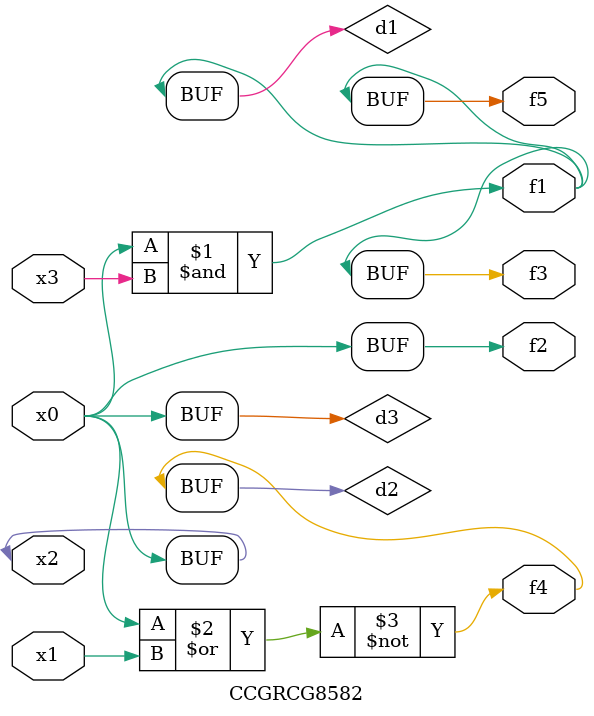
<source format=v>
module CCGRCG8582(
	input x0, x1, x2, x3,
	output f1, f2, f3, f4, f5
);

	wire d1, d2, d3;

	and (d1, x2, x3);
	nor (d2, x0, x1);
	buf (d3, x0, x2);
	assign f1 = d1;
	assign f2 = d3;
	assign f3 = d1;
	assign f4 = d2;
	assign f5 = d1;
endmodule

</source>
